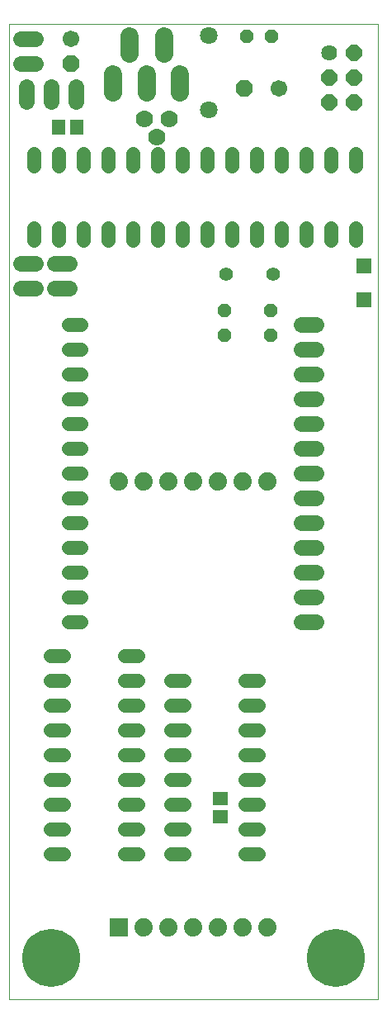
<source format=gts>
G75*
G70*
%OFA0B0*%
%FSLAX24Y24*%
%IPPOS*%
%LPD*%
%AMOC8*
5,1,8,0,0,1.08239X$1,22.5*
%
%ADD10C,0.0000*%
%ADD11C,0.0709*%
%ADD12C,0.0745*%
%ADD13OC8,0.0560*%
%ADD14OC8,0.0670*%
%ADD15C,0.0670*%
%ADD16R,0.0740X0.0740*%
%ADD17C,0.0740*%
%ADD18C,0.0700*%
%ADD19C,0.0560*%
%ADD20C,0.0560*%
%ADD21R,0.0631X0.0552*%
%ADD22C,0.0640*%
%ADD23OC8,0.0640*%
%ADD24R,0.0552X0.0631*%
%ADD25C,0.0640*%
%ADD26C,0.2340*%
%ADD27R,0.0631X0.0631*%
D10*
X003621Y000711D02*
X003621Y040081D01*
X018503Y040081D01*
X018503Y000711D01*
X003621Y000711D01*
D11*
X011688Y036617D03*
X011688Y039617D03*
D12*
X010519Y038048D02*
X010519Y037343D01*
X009869Y038893D02*
X009869Y039598D01*
X009169Y038048D02*
X009169Y037343D01*
X008469Y038893D02*
X008469Y039598D01*
X007819Y038048D02*
X007819Y037343D01*
D13*
X012330Y028518D03*
X012330Y027518D03*
X014173Y027518D03*
X014173Y028518D03*
X014228Y039577D03*
X013228Y039577D03*
D14*
X013106Y037483D03*
X006102Y038479D03*
D15*
X006102Y039479D03*
X014506Y037483D03*
D16*
X008062Y003640D03*
D17*
X009062Y003640D03*
X010062Y003640D03*
X011062Y003640D03*
X012062Y003640D03*
X013062Y003640D03*
X014062Y003640D03*
X014062Y021640D03*
X013062Y021640D03*
X012062Y021640D03*
X011062Y021640D03*
X010062Y021640D03*
X009062Y021640D03*
X008062Y021640D03*
D18*
X009566Y035512D03*
X010066Y036262D03*
X009066Y036262D03*
D19*
X008602Y034873D02*
X008602Y034353D01*
X009602Y034353D02*
X009602Y034873D01*
X010602Y034873D02*
X010602Y034353D01*
X011602Y034353D02*
X011602Y034873D01*
X012602Y034873D02*
X012602Y034353D01*
X013602Y034353D02*
X013602Y034873D01*
X014602Y034873D02*
X014602Y034353D01*
X015602Y034353D02*
X015602Y034873D01*
X016602Y034873D02*
X016602Y034353D01*
X017602Y034353D02*
X017602Y034873D01*
X017602Y031873D02*
X017602Y031353D01*
X016602Y031353D02*
X016602Y031873D01*
X015602Y031873D02*
X015602Y031353D01*
X014602Y031353D02*
X014602Y031873D01*
X013602Y031873D02*
X013602Y031353D01*
X012602Y031353D02*
X012602Y031873D01*
X011602Y031873D02*
X011602Y031353D01*
X010602Y031353D02*
X010602Y031873D01*
X009602Y031873D02*
X009602Y031353D01*
X008602Y031353D02*
X008602Y031873D01*
X007602Y031873D02*
X007602Y031353D01*
X006602Y031353D02*
X006602Y031873D01*
X005602Y031873D02*
X005602Y031353D01*
X004602Y031353D02*
X004602Y031873D01*
X004602Y034353D02*
X004602Y034873D01*
X005602Y034873D02*
X005602Y034353D01*
X006602Y034353D02*
X006602Y034873D01*
X007602Y034873D02*
X007602Y034353D01*
X006519Y027971D02*
X005999Y027971D01*
X005999Y026971D02*
X006519Y026971D01*
X006519Y025971D02*
X005999Y025971D01*
X005999Y024971D02*
X006519Y024971D01*
X006519Y023971D02*
X005999Y023971D01*
X005999Y022971D02*
X006519Y022971D01*
X006519Y021971D02*
X005999Y021971D01*
X005999Y020971D02*
X006519Y020971D01*
X006519Y019971D02*
X005999Y019971D01*
X005999Y018971D02*
X006519Y018971D01*
X006519Y017971D02*
X005999Y017971D01*
X005999Y016971D02*
X006519Y016971D01*
X006519Y015971D02*
X005999Y015971D01*
X005814Y014609D02*
X005294Y014609D01*
X005294Y013609D02*
X005814Y013609D01*
X005814Y012609D02*
X005294Y012609D01*
X005294Y011609D02*
X005814Y011609D01*
X005814Y010609D02*
X005294Y010609D01*
X005294Y009609D02*
X005814Y009609D01*
X005814Y008609D02*
X005294Y008609D01*
X005294Y007609D02*
X005814Y007609D01*
X005814Y006609D02*
X005294Y006609D01*
X008294Y006609D02*
X008814Y006609D01*
X008814Y007609D02*
X008294Y007609D01*
X008294Y008609D02*
X008814Y008609D01*
X008814Y009609D02*
X008294Y009609D01*
X008294Y010609D02*
X008814Y010609D01*
X008814Y011609D02*
X008294Y011609D01*
X008294Y012609D02*
X008814Y012609D01*
X008814Y013609D02*
X008294Y013609D01*
X008294Y014609D02*
X008814Y014609D01*
X010161Y013609D02*
X010681Y013609D01*
X010681Y012609D02*
X010161Y012609D01*
X010161Y011609D02*
X010681Y011609D01*
X010681Y010609D02*
X010161Y010609D01*
X010161Y009609D02*
X010681Y009609D01*
X010681Y008609D02*
X010161Y008609D01*
X010161Y007609D02*
X010681Y007609D01*
X010681Y006609D02*
X010161Y006609D01*
X013161Y006609D02*
X013681Y006609D01*
X013681Y007609D02*
X013161Y007609D01*
X013161Y008609D02*
X013681Y008609D01*
X013681Y009609D02*
X013161Y009609D01*
X013161Y010609D02*
X013681Y010609D01*
X013681Y011609D02*
X013161Y011609D01*
X013161Y012609D02*
X013681Y012609D01*
X013681Y013609D02*
X013161Y013609D01*
D20*
X012380Y030006D03*
X014280Y030006D03*
D21*
X012141Y008825D03*
X012141Y008077D03*
D22*
X016543Y038920D03*
D23*
X016543Y037920D03*
X016543Y036920D03*
X017543Y036920D03*
X017543Y037920D03*
X017543Y038920D03*
D24*
X006350Y035912D03*
X005602Y035912D03*
D25*
X005314Y036946D02*
X005314Y037546D01*
X004669Y038479D02*
X004069Y038479D01*
X004314Y037546D02*
X004314Y036946D01*
X004069Y039479D02*
X004669Y039479D01*
X006314Y037546D02*
X006314Y036946D01*
X006047Y030424D02*
X005447Y030424D01*
X005447Y029424D02*
X006047Y029424D01*
X004669Y029424D02*
X004069Y029424D01*
X004069Y030424D02*
X004669Y030424D01*
X015408Y027971D02*
X016008Y027971D01*
X016008Y026971D02*
X015408Y026971D01*
X015408Y025971D02*
X016008Y025971D01*
X016008Y024971D02*
X015408Y024971D01*
X015408Y023971D02*
X016008Y023971D01*
X016008Y022971D02*
X015408Y022971D01*
X015408Y021971D02*
X016008Y021971D01*
X016008Y020971D02*
X015408Y020971D01*
X015408Y019971D02*
X016008Y019971D01*
X016008Y018971D02*
X015408Y018971D01*
X015408Y017971D02*
X016008Y017971D01*
X016008Y016971D02*
X015408Y016971D01*
X015408Y015971D02*
X016008Y015971D01*
D26*
X016810Y002404D03*
X005314Y002404D03*
D27*
X017952Y028959D03*
X017952Y030337D03*
M02*

</source>
